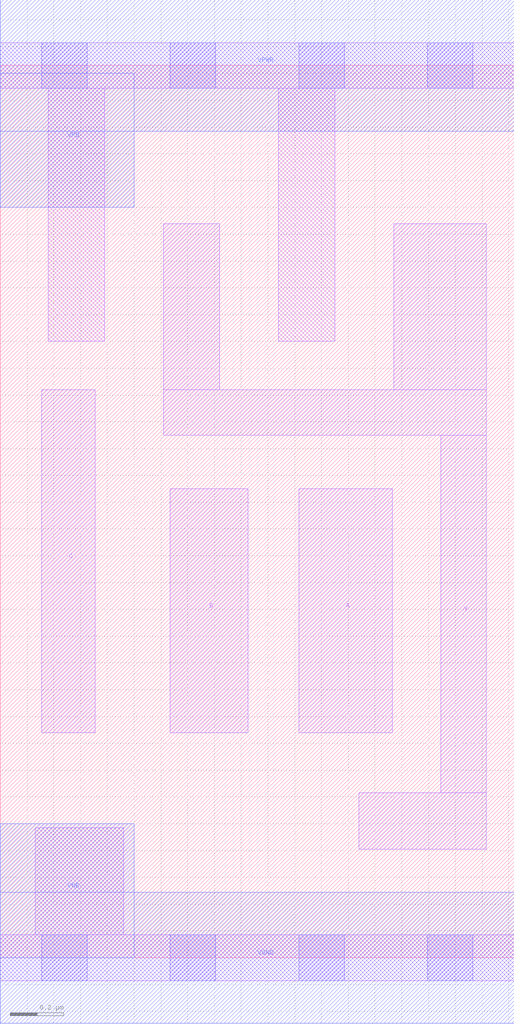
<source format=lef>
# Copyright 2020 The SkyWater PDK Authors
#
# Licensed under the Apache License, Version 2.0 (the "License");
# you may not use this file except in compliance with the License.
# You may obtain a copy of the License at
#
#     https://www.apache.org/licenses/LICENSE-2.0
#
# Unless required by applicable law or agreed to in writing, software
# distributed under the License is distributed on an "AS IS" BASIS,
# WITHOUT WARRANTIES OR CONDITIONS OF ANY KIND, either express or implied.
# See the License for the specific language governing permissions and
# limitations under the License.
#
# SPDX-License-Identifier: Apache-2.0

VERSION 5.5 ;
NAMESCASESENSITIVE ON ;
BUSBITCHARS "[]" ;
DIVIDERCHAR "/" ;
MACRO sky130_fd_sc_lp__nand3_m
  CLASS CORE ;
  SOURCE USER ;
  ORIGIN  0.000000  0.000000 ;
  SIZE  1.920000 BY  3.330000 ;
  SYMMETRY X Y R90 ;
  SITE unit ;
  PIN A
    ANTENNAGATEAREA  0.126000 ;
    DIRECTION INPUT ;
    USE SIGNAL ;
    PORT
      LAYER li1 ;
        RECT 1.115000 0.840000 1.465000 1.750000 ;
    END
  END A
  PIN B
    ANTENNAGATEAREA  0.126000 ;
    DIRECTION INPUT ;
    USE SIGNAL ;
    PORT
      LAYER li1 ;
        RECT 0.635000 0.840000 0.925000 1.750000 ;
    END
  END B
  PIN C
    ANTENNAGATEAREA  0.126000 ;
    DIRECTION INPUT ;
    USE SIGNAL ;
    PORT
      LAYER li1 ;
        RECT 0.155000 0.840000 0.355000 2.120000 ;
    END
  END C
  PIN Y
    ANTENNADIFFAREA  0.340200 ;
    DIRECTION OUTPUT ;
    USE SIGNAL ;
    PORT
      LAYER li1 ;
        RECT 0.610000 1.950000 1.815000 2.120000 ;
        RECT 0.610000 2.120000 0.820000 2.740000 ;
        RECT 1.340000 0.405000 1.815000 0.615000 ;
        RECT 1.470000 2.120000 1.815000 2.740000 ;
        RECT 1.645000 0.615000 1.815000 1.950000 ;
    END
  END Y
  PIN VGND
    DIRECTION INOUT ;
    USE GROUND ;
    PORT
      LAYER met1 ;
        RECT 0.000000 -0.245000 1.920000 0.245000 ;
    END
  END VGND
  PIN VNB
    DIRECTION INOUT ;
    USE GROUND ;
    PORT
    END
  END VNB
  PIN VPB
    DIRECTION INOUT ;
    USE POWER ;
    PORT
    END
  END VPB
  PIN VNB
    DIRECTION INOUT ;
    USE GROUND ;
    PORT
      LAYER met1 ;
        RECT 0.000000 0.000000 0.500000 0.500000 ;
    END
  END VNB
  PIN VPB
    DIRECTION INOUT ;
    USE POWER ;
    PORT
      LAYER met1 ;
        RECT 0.000000 2.800000 0.500000 3.300000 ;
    END
  END VPB
  PIN VPWR
    DIRECTION INOUT ;
    USE POWER ;
    PORT
      LAYER met1 ;
        RECT 0.000000 3.085000 1.920000 3.575000 ;
    END
  END VPWR
  OBS
    LAYER li1 ;
      RECT 0.000000 -0.085000 1.920000 0.085000 ;
      RECT 0.000000  3.245000 1.920000 3.415000 ;
      RECT 0.130000  0.085000 0.460000 0.485000 ;
      RECT 0.180000  2.300000 0.390000 3.245000 ;
      RECT 1.040000  2.300000 1.250000 3.245000 ;
    LAYER mcon ;
      RECT 0.155000 -0.085000 0.325000 0.085000 ;
      RECT 0.155000  3.245000 0.325000 3.415000 ;
      RECT 0.635000 -0.085000 0.805000 0.085000 ;
      RECT 0.635000  3.245000 0.805000 3.415000 ;
      RECT 1.115000 -0.085000 1.285000 0.085000 ;
      RECT 1.115000  3.245000 1.285000 3.415000 ;
      RECT 1.595000 -0.085000 1.765000 0.085000 ;
      RECT 1.595000  3.245000 1.765000 3.415000 ;
  END
END sky130_fd_sc_lp__nand3_m
END LIBRARY

</source>
